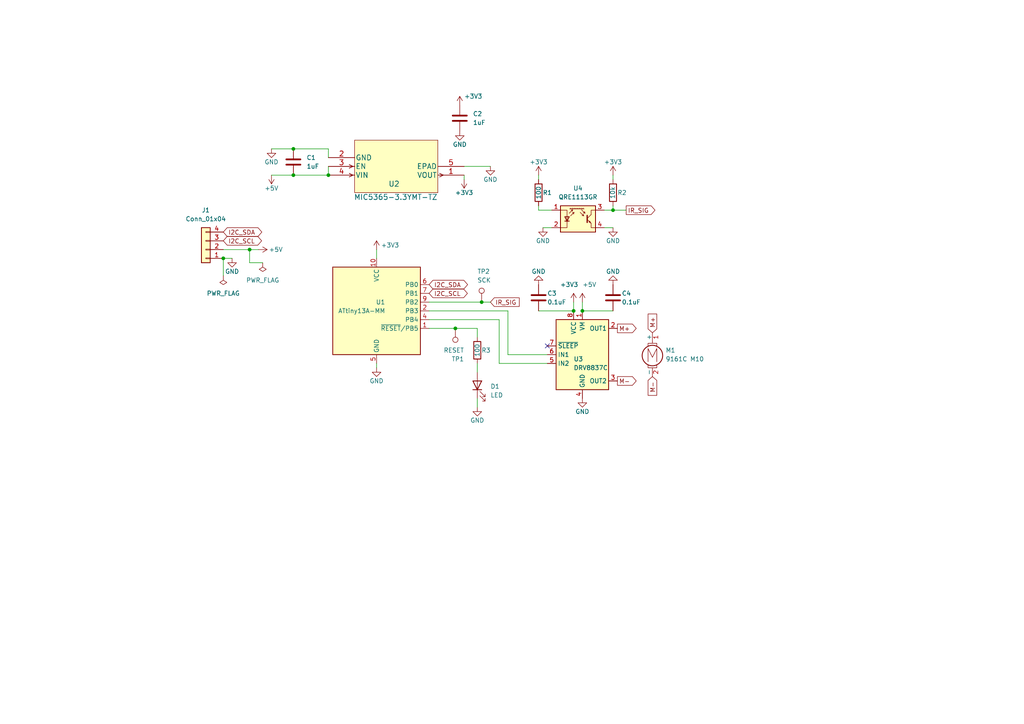
<source format=kicad_sch>
(kicad_sch (version 20211123) (generator eeschema)
  (paper "A4")
  (lib_symbols
    (symbol "Connector:TestPoint" (pin_numbers hide) (pin_names (offset 0.762) hide)
      (property "Reference" "TP" (at 0 6.858 0))
      (property "Value" "TestPoint" (at 0 5.08 0))
      (symbol "TestPoint_0_1"
        (circle (center 0 3.302) (radius 0.762))
      )
      (symbol "TestPoint_1_1"
        (pin passive line (at 0 0 90) (length 2.54) (name "1") (number "1"))
      )
    )
    (symbol "Connector_Generic:Conn_01x04" (pin_names (offset 1.016) hide)
      (property "Reference" "J" (at 0 5.08 0))
      (property "Value" "Conn_01x04" (at 0 -7.62 0))
      (symbol "Conn_01x04_1_1"
        (rectangle (start -1.27 -4.953) (end 0 -5.207) (stroke (width 0.1524)))
        (rectangle (start -1.27 -2.413) (end 0 -2.667) (stroke (width 0.1524)))
        (rectangle (start -1.27 0.127) (end 0 -0.127) (stroke (width 0.1524)))
        (rectangle (start -1.27 2.667) (end 0 2.413) (stroke (width 0.1524)))
        (rectangle (start -1.27 3.81) (end 1.27 -6.35) (stroke (width 0.254)) (fill (type background)))
        (pin passive line (at -5.08 2.54 0) (length 3.81) (name "Pin_1") (number "1"))
        (pin passive line (at -5.08 0 0) (length 3.81) (name "Pin_2") (number "2"))
        (pin passive line (at -5.08 -2.54 0) (length 3.81) (name "Pin_3") (number "3"))
        (pin passive line (at -5.08 -5.08 0) (length 3.81) (name "Pin_4") (number "4"))
      )
    )
    (symbol "Device:C" (pin_numbers hide) (pin_names (offset 0.254))
      (property "Reference" "C" (at 0.635 2.54 0))
      (property "Value" "C" (at 0.635 -2.54 0))
      (symbol "C_0_1"
        (polyline (pts (xy -2.032 -0.762) (xy 2.032 -0.762)) (stroke (width 0.508)))
        (polyline (pts (xy -2.032 0.762) (xy 2.032 0.762)) (stroke (width 0.508)))
      )
      (symbol "C_1_1"
        (pin passive line (at 0 3.81 270) (length 2.794) (name "~") (number "1"))
        (pin passive line (at 0 -3.81 90) (length 2.794) (name "~") (number "2"))
      )
    )
    (symbol "Device:LED" (pin_numbers hide) (pin_names (offset 1.016) hide)
      (property "Reference" "D" (at 0 2.54 0))
      (property "Value" "LED" (at 0 -2.54 0))
      (symbol "LED_0_1"
        (polyline (pts (xy -1.27 -1.27) (xy -1.27 1.27)) (stroke (width 0.254)))
        (polyline (pts (xy -1.27 0) (xy 1.27 0)))
        (polyline (pts (xy 1.27 -1.27) (xy 1.27 1.27) (xy -1.27 0) (xy 1.27 -1.27)) (stroke (width 0.254)))
        (polyline (pts (xy -3.048 -0.762) (xy -4.572 -2.286) (xy -3.81 -2.286) (xy -4.572 -2.286) (xy -4.572 -1.524)))
        (polyline (pts (xy -1.778 -0.762) (xy -3.302 -2.286) (xy -2.54 -2.286) (xy -3.302 -2.286) (xy -3.302 -1.524)))
      )
      (symbol "LED_1_1"
        (pin passive line (at -3.81 0 0) (length 2.54) (name "K") (number "1"))
        (pin passive line (at 3.81 0 180) (length 2.54) (name "A") (number "2"))
      )
    )
    (symbol "Device:R" (pin_numbers hide) (pin_names (offset 0))
      (property "Reference" "R" (at 2.032 0 90))
      (property "Value" "R" (at 0 0 90))
      (symbol "R_0_1"
        (rectangle (start -1.016 -2.54) (end 1.016 2.54) (stroke (width 0.254)))
      )
      (symbol "R_1_1"
        (pin passive line (at 0 3.81 270) (length 1.27) (name "~") (number "1"))
        (pin passive line (at 0 -3.81 90) (length 1.27) (name "~") (number "2"))
      )
    )
    (symbol "Driver_Motor:DRV8837C"
      (property "Reference" "U" (at 6.35 11.43 0))
      (property "Value" "DRV8837C" (at -10.16 11.43 0))
      (symbol "DRV8837C_0_1"
        (rectangle (start -7.62 10.16) (end 7.62 -10.16) (stroke (width 0.254)) (fill (type background)))
      )
      (symbol "DRV8837C_1_1"
        (pin power_in line (at 0 12.7 270) (length 2.54) (name "VM") (number "1"))
        (pin output line (at 10.16 7.62 180) (length 2.54) (name "OUT1") (number "2"))
        (pin output line (at 10.16 -7.62 180) (length 2.54) (name "OUT2") (number "3"))
        (pin power_in line (at 0 -12.7 90) (length 2.54) (name "GND") (number "4"))
        (pin input line (at -10.16 -2.54 0) (length 2.54) (name "IN2") (number "5"))
        (pin input line (at -10.16 0 0) (length 2.54) (name "IN1") (number "6"))
        (pin input line (at -10.16 2.54 0) (length 2.54) (name "~{SLEEP}") (number "7"))
        (pin power_in line (at -2.54 12.7 270) (length 2.54) (name "VCC") (number "8"))
        (pin passive line (at 0 -12.7 90) (length 2.54) hide (name "GND") (number "9"))
      )
    )
    (symbol "MCU_Microchip_ATtiny:ATtiny13A-MM"
      (property "Reference" "U" (at -12.7 13.97 0))
      (property "Value" "ATtiny13A-MM" (at 2.54 -13.97 0))
      (symbol "ATtiny13A-MM_0_1"
        (rectangle (start -12.7 -12.7) (end 12.7 12.7) (stroke (width 0.254)) (fill (type background)))
      )
      (symbol "ATtiny13A-MM_1_1"
        (pin bidirectional line (at 15.24 -5.08 180) (length 2.54) (name "~{RESET}/PB5") (number "1"))
        (pin power_in line (at 0 15.24 270) (length 2.54) (name "VCC") (number "10"))
        (pin passive line (at 0 -15.24 90) (length 2.54) hide (name "GND") (number "11"))
        (pin bidirectional line (at 15.24 0 180) (length 2.54) (name "PB3") (number "2"))
        (pin no_connect line (at -12.7 -7.62 0) (length 2.54) hide (name "NC") (number "3"))
        (pin bidirectional line (at 15.24 -2.54 180) (length 2.54) (name "PB4") (number "4"))
        (pin power_in line (at 0 -15.24 90) (length 2.54) (name "GND") (number "5"))
        (pin bidirectional line (at 15.24 7.62 180) (length 2.54) (name "PB0") (number "6"))
        (pin bidirectional line (at 15.24 5.08 180) (length 2.54) (name "PB1") (number "7"))
        (pin no_connect line (at -12.7 -10.16 0) (length 2.54) hide (name "NC") (number "8"))
        (pin bidirectional line (at 15.24 2.54 180) (length 2.54) (name "PB2") (number "9"))
      )
    )
    (symbol "MIC5365-3.3YMT-TZ:MIC5365-3.3YMT-TZ" (pin_names (offset 0.254))
      (property "Reference" "U" (at 27.94 10.16 0))
      (property "Value" "MIC5365-3.3YMT-TZ" (at 27.94 7.62 0))
      (symbol "MIC5365-3.3YMT-TZ_0_1"
        (rectangle (start 16.51 5.08) (end 40.64 -10.16) (fill (type background)))
      )
      (symbol "MIC5365-3.3YMT-TZ_1_1"
        (polyline (pts (xy 16.002 -5.08) (xy 14.9352 -5.588)) (stroke (width 0.2032)))
        (polyline (pts (xy 16.002 -5.08) (xy 14.9352 -4.572)) (stroke (width 0.2032)))
        (polyline (pts (xy 16.002 -2.54) (xy 14.9352 -3.048)) (stroke (width 0.2032)))
        (polyline (pts (xy 16.002 -2.54) (xy 14.9352 -2.032)) (stroke (width 0.2032)))
        (polyline (pts (xy 41.148 -5.588) (xy 42.2148 -5.08)) (stroke (width 0.2032)))
        (polyline (pts (xy 41.148 -4.572) (xy 42.2148 -5.08)) (stroke (width 0.2032)))
        (pin power_out line (at 48.26 -5.08 180) (length 7.62) (name "VOUT") (number "1"))
        (pin power_in line (at 8.89 0 0) (length 7.62) (name "GND") (number "2"))
        (pin input line (at 8.89 -2.54 0) (length 7.62) (name "EN") (number "3"))
        (pin power_in line (at 8.89 -5.08 0) (length 7.62) (name "VIN") (number "4"))
        (pin unspecified line (at 48.26 -2.54 180) (length 7.62) (name "EPAD") (number "5"))
      )
    )
    (symbol "Motor:Motor_DC_ALT" (pin_names (offset 0))
      (property "Reference" "M" (at 2.54 2.54 0))
      (property "Value" "Motor_DC_ALT" (at 2.54 -5.08 0))
      (symbol "Motor_DC_ALT_0_0"
        (circle (center 0 -1.524) (radius 2.9718) (stroke (width 0.254)))
        (polyline (pts (xy -1.27 -4.318) (xy -1.27 -5.08) (xy 1.27 -5.08) (xy 1.27 -4.318)))
        (polyline (pts (xy -1.27 1.27) (xy -1.27 2.032) (xy 1.27 2.032) (xy 1.27 1.27)))
        (polyline (pts (xy -1.27 -3.302) (xy -1.27 0.508) (xy 0 -2.032) (xy 1.27 0.508) (xy 1.27 -3.302)))
      )
      (symbol "Motor_DC_ALT_0_1"
        (polyline (pts (xy 0 2.032) (xy 0 2.54)))
      )
      (symbol "Motor_DC_ALT_1_1"
        (pin passive line (at 0 5.08 270) (length 2.54) (name "+") (number "1"))
        (pin passive line (at 0 -7.62 90) (length 2.54) (name "-") (number "2"))
      )
    )
    (symbol "Sensor_Proximity:QRE1113GR" (pin_names (offset 0.0254) hide)
      (property "Reference" "U" (at -3.81 5.08 0))
      (property "Value" "QRE1113GR" (at 11.43 5.08 0))
      (symbol "QRE1113GR_0_1"
        (polyline (pts (xy -3.81 -0.635) (xy -2.54 -0.635)) (stroke (width 0.254)))
        (polyline (pts (xy -2.286 2.921) (xy -2.032 3.175)))
        (polyline (pts (xy -1.778 2.921) (xy -1.524 3.175)))
        (polyline (pts (xy -1.524 2.667) (xy -1.651 2.159)))
        (polyline (pts (xy -1.27 2.921) (xy -1.016 3.175)))
        (polyline (pts (xy -1.143 1.905) (xy -1.27 1.397)))
        (polyline (pts (xy -0.762 2.921) (xy -0.508 3.175)))
        (polyline (pts (xy -0.254 2.921) (xy 0 3.175)))
        (polyline (pts (xy 0.254 2.921) (xy 0.508 3.175)))
        (polyline (pts (xy 0.762 2.921) (xy 1.016 3.175)))
        (polyline (pts (xy 1.27 2.921) (xy 1.524 3.175)))
        (polyline (pts (xy 1.651 0.889) (xy 1.143 1.016)))
        (polyline (pts (xy 1.778 2.921) (xy -2.413 2.921)))
        (polyline (pts (xy 2.032 1.651) (xy 1.524 1.778)))
        (polyline (pts (xy 2.667 -0.127) (xy 3.81 -1.27)))
        (polyline (pts (xy 2.667 0.127) (xy 3.81 1.27)))
        (polyline (pts (xy -2.54 1.651) (xy -1.524 2.667) (xy -2.032 2.54)))
        (polyline (pts (xy -2.159 0.889) (xy -1.143 1.905) (xy -1.651 1.778)))
        (polyline (pts (xy 0.635 1.905) (xy 1.651 0.889) (xy 1.524 1.397)))
        (polyline (pts (xy 1.016 2.667) (xy 2.032 1.651) (xy 1.905 2.159)))
        (polyline (pts (xy 2.667 1.016) (xy 2.667 -1.016) (xy 2.667 -1.016)) (stroke (width 0.3556)))
        (polyline (pts (xy 3.81 -1.27) (xy 3.81 -2.54) (xy 5.08 -2.54)))
        (polyline (pts (xy 3.81 1.27) (xy 3.81 2.54) (xy 5.08 2.54)))
        (polyline (pts (xy -5.08 -2.54) (xy -3.175 -2.54) (xy -3.175 2.54) (xy -5.08 2.54)))
        (polyline (pts (xy -3.175 -0.635) (xy -3.81 0.635) (xy -2.54 0.635) (xy -3.175 -0.635)) (stroke (width 0.254)))
        (polyline (pts (xy 3.683 -1.143) (xy 3.429 -0.635) (xy 3.175 -0.889) (xy 3.683 -1.143)))
        (polyline (pts (xy -5.08 -3.81) (xy 5.08 -3.81) (xy 5.08 3.81) (xy -5.08 3.81) (xy -5.08 -3.81)) (stroke (width 0.254)) (fill (type background)))
      )
      (symbol "QRE1113GR_1_1"
        (pin passive line (at -7.62 2.54 0) (length 2.54) (name "A") (number "1"))
        (pin passive line (at -7.62 -2.54 0) (length 2.54) (name "K") (number "2"))
        (pin open_collector line (at 7.62 2.54 180) (length 2.54) (name "~") (number "3"))
        (pin open_emitter line (at 7.62 -2.54 180) (length 2.54) (name "~") (number "4"))
      )
    )
    (symbol "power:+3.3V" (power) (pin_names (offset 0))
      (property "Value" "+3.3V" (at 0 3.556 0))
      (symbol "+3.3V_0_1"
        (polyline (pts (xy -0.762 1.27) (xy 0 2.54)))
        (polyline (pts (xy 0 0) (xy 0 2.54)))
        (polyline (pts (xy 0 2.54) (xy 0.762 1.27)))
      )
      (symbol "+3.3V_1_1"
        (pin power_in line (at 0 0 90) (length 0) hide (name "+3V3") (number "1"))
      )
    )
    (symbol "power:+5V" (power) (pin_names (offset 0))
      (property "Value" "+5V" (at 0 3.556 0))
      (symbol "+5V_0_1"
        (polyline (pts (xy -0.762 1.27) (xy 0 2.54)))
        (polyline (pts (xy 0 0) (xy 0 2.54)))
        (polyline (pts (xy 0 2.54) (xy 0.762 1.27)))
      )
      (symbol "+5V_1_1"
        (pin power_in line (at 0 0 90) (length 0) hide (name "+5V") (number "1"))
      )
    )
    (symbol "power:GND" (power) (pin_names (offset 0))
      (property "Value" "GND" (at 0 -3.81 0))
      (symbol "GND_0_1"
        (polyline (pts (xy 0 0) (xy 0 -1.27) (xy 1.27 -1.27) (xy 0 -2.54) (xy -1.27 -1.27) (xy 0 -1.27)))
      )
      (symbol "GND_1_1"
        (pin power_in line (at 0 0 270) (length 0) hide (name "GND") (number "1"))
      )
    )
    (symbol "power:PWR_FLAG" (power) (pin_numbers hide) (pin_names (offset 0) hide)
      (property "Value" "PWR_FLAG" (at 0 3.81 0))
      (symbol "PWR_FLAG_0_0"
        (pin power_out line (at 0 0 90) (length 0) (name "pwr") (number "1"))
      )
      (symbol "PWR_FLAG_0_1"
        (polyline (pts (xy 0 0) (xy 0 1.27) (xy -1.016 1.905) (xy 0 2.54) (xy 1.016 1.905) (xy 0 1.27)))
      )
    )
  )
  (junction (at 95.25 50.8))
  (junction (at 177.8 60.96))
  (junction (at 166.37 90.17))
  (junction (at 139.7 87.63))
  (junction (at 85.09 50.8))
  (junction (at 132.08 95.25))
  (junction (at 64.77 74.93))
  (junction (at 85.09 43.18))
  (junction (at 168.91 90.17))
  (junction (at 72.39 72.39))
  (no_connect (at 158.75 100.33))
  (wire (pts (xy 124.46 92.71) (xy 144.78 92.71)))
  (wire (pts (xy 85.09 50.8) (xy 95.25 50.8)))
  (wire (pts (xy 177.8 60.96) (xy 181.61 60.96)))
  (wire (pts (xy 138.43 105.41) (xy 138.43 107.95)))
  (wire (pts (xy 134.62 48.26) (xy 142.24 48.26)))
  (wire (pts (xy 156.21 60.96) (xy 156.21 59.69)))
  (wire (pts (xy 168.91 87.63) (xy 168.91 90.17)))
  (wire (pts (xy 160.02 60.96) (xy 156.21 60.96)))
  (wire (pts (xy 138.43 115.57) (xy 138.43 118.11)))
  (wire (pts (xy 175.26 60.96) (xy 177.8 60.96)))
  (wire (pts (xy 64.77 74.93) (xy 64.77 80.01)))
  (wire (pts (xy 78.74 43.18) (xy 85.09 43.18)))
  (wire (pts (xy 95.25 45.72) (xy 95.25 43.18)))
  (wire (pts (xy 109.22 106.68) (xy 109.22 105.41)))
  (wire (pts (xy 76.2 76.2) (xy 72.39 76.2)))
  (wire (pts (xy 157.48 66.04) (xy 160.02 66.04)))
  (wire (pts (xy 177.8 50.8) (xy 177.8 52.07)))
  (wire (pts (xy 72.39 72.39) (xy 72.39 76.2)))
  (wire (pts (xy 138.43 97.79) (xy 138.43 95.25)))
  (wire (pts (xy 124.46 87.63) (xy 139.7 87.63)))
  (wire (pts (xy 72.39 72.39) (xy 64.77 72.39)))
  (wire (pts (xy 147.32 102.87) (xy 158.75 102.87)))
  (wire (pts (xy 124.46 90.17) (xy 147.32 90.17)))
  (wire (pts (xy 132.08 95.25) (xy 138.43 95.25)))
  (wire (pts (xy 156.21 50.8) (xy 156.21 52.07)))
  (wire (pts (xy 144.78 92.71) (xy 144.78 105.41)))
  (wire (pts (xy 168.91 90.17) (xy 177.8 90.17)))
  (wire (pts (xy 134.62 50.8) (xy 134.62 52.07)))
  (wire (pts (xy 175.26 66.04) (xy 177.8 66.04)))
  (wire (pts (xy 156.21 90.17) (xy 166.37 90.17)))
  (wire (pts (xy 142.24 87.63) (xy 139.7 87.63)))
  (wire (pts (xy 64.77 74.93) (xy 67.31 74.93)))
  (wire (pts (xy 166.37 87.63) (xy 166.37 90.17)))
  (wire (pts (xy 177.8 59.69) (xy 177.8 60.96)))
  (wire (pts (xy 144.78 105.41) (xy 158.75 105.41)))
  (wire (pts (xy 147.32 90.17) (xy 147.32 102.87)))
  (wire (pts (xy 78.74 50.8) (xy 85.09 50.8)))
  (wire (pts (xy 74.93 72.39) (xy 72.39 72.39)))
  (wire (pts (xy 124.46 95.25) (xy 132.08 95.25)))
  (wire (pts (xy 85.09 43.18) (xy 95.25 43.18)))
  (wire (pts (xy 95.25 48.26) (xy 95.25 50.8)))
  (wire (pts (xy 109.22 72.39) (xy 109.22 74.93)))
  (global_label "M+" (shape input) (at 189.23 96.52 90) (property "Intersheet References" "${INTERSHEET_REFS}" (effects hide)))
  (global_label "I2C_SDA" (shape bidirectional) (at 64.77 67.31 0) (property "Intersheet References" "${INTERSHEET_REFS}" (effects hide)))
  (global_label "I2C_SDA" (shape bidirectional) (at 124.46 82.55 0) (property "Intersheet References" "${INTERSHEET_REFS}" (effects hide)))
  (global_label "IR_SIG" (shape input) (at 142.24 87.63 0) (property "Intersheet References" "${INTERSHEET_REFS}" (effects hide)))
  (global_label "I2C_SCL" (shape bidirectional) (at 64.77 69.85 0) (property "Intersheet References" "${INTERSHEET_REFS}" (effects hide)))
  (global_label "IR_SIG" (shape output) (at 181.61 60.96 0) (property "Intersheet References" "${INTERSHEET_REFS}" (effects hide)))
  (global_label "M+" (shape output) (at 179.07 95.25 0) (property "Intersheet References" "${INTERSHEET_REFS}" (effects hide)))
  (global_label "M-" (shape input) (at 189.23 109.22 270) (property "Intersheet References" "${INTERSHEET_REFS}" (effects hide)))
  (global_label "M-" (shape output) (at 179.07 110.49 0) (property "Intersheet References" "${INTERSHEET_REFS}" (effects hide)))
  (global_label "I2C_SCL" (shape bidirectional) (at 124.46 85.09 0) (property "Intersheet References" "${INTERSHEET_REFS}" (effects hide)))
  (symbol (lib_id "Device:C") (at 133.35 34.29 180) (unit 1)
    (property "Reference" "C2" (at 137.16 33.0199 0) (effects (justify right)))
    (property "Value" "1uF" (at 137.16 35.5599 0) (effects (justify right)))
    (property "Footprint" "Capacitor_SMD:C_0201_0603Metric" (effects hide))
  )
  (symbol (lib_id "power:+5V") (at 74.93 72.39 270) (unit 1)
    (property "Reference" "#PWR0118" (effects hide))
    (property "Value" "+5V" (at 80.01 72.39 90))
  )
  (symbol (lib_id "power:PWR_FLAG") (at 64.77 80.01 180) (unit 1)
    (property "Reference" "#FLG0103" (effects hide))
    (property "Value" "PWR_FLAG" (at 64.77 85.09 0))
  )
  (symbol (lib_id "power:GND") (at 133.35 38.1 0) (unit 1)
    (property "Reference" "#PWR0105" (effects hide))
    (property "Value" "GND" (at 133.35 41.91 0))
  )
  (symbol (lib_id "Device:C") (at 177.8 86.36 0) (unit 1)
    (property "Reference" "C4" (at 180.34 85.09 0) (effects (justify left)))
    (property "Value" "0.1uF" (at 180.34 87.63 0) (effects (justify left)))
    (property "Footprint" "Capacitor_SMD:C_0201_0603Metric" (effects hide))
  )
  (symbol (lib_id "power:GND") (at 168.91 115.57 0) (unit 1)
    (property "Reference" "#PWR0106" (effects hide))
    (property "Value" "GND" (at 168.91 119.38 0))
  )
  (symbol (lib_id "MCU_Microchip_ATtiny:ATtiny13A-MM") (at 109.22 90.17 0) (unit 1)
    (property "Reference" "U1" (at 111.76 87.63 0) (effects (justify right)))
    (property "Value" "ATtiny13A-MM" (at 111.76 90.17 0) (effects (justify right)))
    (property "Footprint" "Package_DFN_QFN:DFN-10-1EP_3x3mm_P0.5mm_EP1.75x2.7mm" (effects hide))
    (property "Datasheet" "https://ww1.microchip.com/downloads/en/DeviceDoc/ATtiny13A-Data-Sheet-DS40002307A.pdf" (effects hide))
  )
  (symbol (lib_id "power:+3.3V") (at 177.8 50.8 0) (unit 1)
    (property "Reference" "#PWR0107" (effects hide))
    (property "Value" "+3.3V" (at 177.8 46.99 0))
  )
  (symbol (lib_id "power:GND") (at 67.31 74.93 0) (unit 1)
    (property "Reference" "#PWR0119" (effects hide))
    (property "Value" "GND" (at 67.31 78.74 0))
  )
  (symbol (lib_id "power:PWR_FLAG") (at 76.2 76.2 180) (unit 1)
    (property "Reference" "#FLG0101" (effects hide))
    (property "Value" "PWR_FLAG" (at 76.2 81.28 0))
  )
  (symbol (lib_id "Device:R") (at 177.8 55.88 0) (unit 1)
    (property "Reference" "R2" (at 179.07 55.88 0) (effects (justify left)))
    (property "Value" "10k" (at 177.7121 57.7366 90) (effects (justify left)))
    (property "Footprint" "Resistor_SMD:R_0402_1005Metric" (effects hide))
  )
  (symbol (lib_id "power:+3.3V") (at 109.22 72.39 0) (unit 1)
    (property "Reference" "#PWR0117" (effects hide))
    (property "Value" "+3.3V" (at 110.49 71.12 0) (effects (justify left)))
  )
  (symbol (lib_id "Device:C") (at 156.21 86.36 0) (unit 1)
    (property "Reference" "C3" (at 158.75 85.09 0) (effects (justify left)))
    (property "Value" "0.1uF" (at 158.75 87.63 0) (effects (justify left)))
    (property "Footprint" "Capacitor_SMD:C_0201_0603Metric" (effects hide))
  )
  (symbol (lib_id "power:+3.3V") (at 156.21 50.8 0) (unit 1)
    (property "Reference" "#PWR0110" (effects hide))
    (property "Value" "+3.3V" (at 156.21 46.99 0))
  )
  (symbol (lib_id "Device:LED") (at 138.43 111.76 90) (unit 1)
    (property "Reference" "D1" (at 142.24 112.0774 90) (effects (justify right)))
    (property "Value" "LED" (at 142.24 114.6174 90) (effects (justify right)))
    (property "Footprint" "LED_SMD:LED_0201_0603Metric" (effects hide))
  )
  (symbol (lib_id "power:GND") (at 177.8 82.55 180) (unit 1)
    (property "Reference" "#PWR0112" (effects hide))
    (property "Value" "GND" (at 177.8 78.74 0))
  )
  (symbol (lib_id "Device:R") (at 156.21 55.88 0) (unit 1)
    (property "Reference" "R1" (at 158.75 55.88 0))
    (property "Value" "100" (at 156.21 55.88 90))
    (property "Footprint" "Resistor_SMD:R_0402_1005Metric" (effects hide))
  )
  (symbol (lib_id "Driver_Motor:DRV8837C") (at 168.91 102.87 0) (unit 1)
    (property "Reference" "U3" (at 166.37 104.14 0) (effects (justify left)))
    (property "Value" "DRV8837C" (at 166.37 106.68 0) (effects (justify left)))
    (property "Footprint" "Package_SON:WSON-8-1EP_2x2mm_P0.5mm_EP0.9x1.6mm" (effects hide))
    (property "Datasheet" "http://www.ti.com/lit/ds/symlink/drv8837c.pdf" (effects hide))
  )
  (symbol (lib_id "power:GND") (at 177.8 66.04 0) (unit 1)
    (property "Reference" "#PWR0108" (effects hide))
    (property "Value" "GND" (at 177.8 69.85 0))
  )
  (symbol (lib_id "power:GND") (at 78.74 43.18 0) (unit 1)
    (property "Reference" "#PWR0103" (effects hide))
    (property "Value" "GND" (at 78.74 46.99 0))
  )
  (symbol (lib_id "Motor:Motor_DC_ALT") (at 189.23 101.6 0) (unit 1)
    (property "Reference" "M1" (at 193.04 101.5999 0) (effects (justify left)))
    (property "Value" "9161C M10" (at 193.04 104.1399 0) (effects (justify left)))
    (property "Footprint" "project-footprints:9161C-m10-motor" (effects hide))
  )
  (symbol (lib_id "power:GND") (at 156.21 82.55 180) (unit 1)
    (property "Reference" "#PWR0114" (effects hide))
    (property "Value" "GND" (at 156.21 78.74 0))
  )
  (symbol (lib_id "power:+3.3V") (at 133.35 30.48 0) (unit 1)
    (property "Reference" "#PWR0115" (effects hide))
    (property "Value" "+3.3V" (at 134.62 27.94 0) (effects (justify left)))
  )
  (symbol (lib_id "Connector:TestPoint") (at 139.7 87.63 0) (unit 1)
    (property "Reference" "TP2" (at 138.43 78.74 0) (effects (justify left)))
    (property "Value" "SCK" (at 138.43 81.28 0) (effects (justify left)))
    (property "Footprint" "TestPoint:TestPoint_Pad_D1.0mm" (effects hide))
  )
  (symbol (lib_id "power:+5V") (at 78.74 50.8 180) (unit 1)
    (property "Reference" "#PWR0104" (effects hide))
    (property "Value" "+5V" (at 78.74 54.61 0))
  )
  (symbol (lib_id "MIC5365-3.3YMT-TZ:MIC5365-3.3YMT-TZ") (at 86.36 45.72 0) (unit 1)
    (property "Reference" "U2" (at 114.3 53.34 0) (effects (font (size 1.524 1.524))))
    (property "Value" "MIC5365-3.3YMT-TZ" (at 114.7911 57.172 0) (effects (font (size 1.524 1.524))))
    (property "Footprint" "MIC5365-3.3YMT-TZ:MIC5365-3.3YMT-TZ" (effects hide))
    (property "Datasheet" "https://ww1.microchip.com/downloads/en/DeviceDoc/mic5365.pdf" (effects hide))
  )
  (symbol (lib_id "Sensor_Proximity:QRE1113GR") (at 167.64 63.5 0) (unit 1)
    (property "Reference" "U4" (at 167.64 54.61 0))
    (property "Value" "QRE1113GR" (at 167.64 57.15 0))
    (property "Footprint" "OptoDevice:OnSemi_CASE100CY" (effects hide))
    (property "Datasheet" "http://www.onsemi.com/pub/Collateral/QRE1113-D.PDF" (effects hide))
  )
  (symbol (lib_id "power:GND") (at 142.24 48.26 0) (unit 1)
    (property "Reference" "#PWR0102" (effects hide))
    (property "Value" "GND" (at 142.24 52.07 0))
  )
  (symbol (lib_id "Device:C") (at 85.09 46.99 0) (unit 1)
    (property "Reference" "C1" (at 88.9 45.7199 0) (effects (justify left)))
    (property "Value" "1uF" (at 88.9 48.2599 0) (effects (justify left)))
    (property "Footprint" "Capacitor_SMD:C_0201_0603Metric" (effects hide))
  )
  (symbol (lib_id "power:+3.3V") (at 166.37 87.63 0) (unit 1)
    (property "Reference" "#PWR0113" (effects hide))
    (property "Value" "+3.3V" (at 165.1 82.55 0))
  )
  (symbol (lib_id "power:GND") (at 138.43 118.11 0) (unit 1)
    (property "Reference" "#PWR0120" (effects hide))
    (property "Value" "GND" (at 138.43 121.92 0))
  )
  (symbol (lib_id "power:+3.3V") (at 134.62 52.07 180) (unit 1)
    (property "Reference" "#PWR0116" (effects hide))
    (property "Value" "+3.3V" (at 134.62 55.88 0))
  )
  (symbol (lib_id "power:GND") (at 109.22 106.68 0) (unit 1)
    (property "Reference" "#PWR0101" (effects hide))
    (property "Value" "GND" (at 109.22 110.49 0))
  )
  (symbol (lib_id "Connector_Generic:Conn_01x04") (at 59.69 72.39 180) (unit 1)
    (property "Reference" "J1" (at 59.69 60.96 0))
    (property "Value" "Conn_01x04" (at 59.69 63.5 0))
    (property "Footprint" "Connector_PinSocket_1.00mm:PinSocket_1x04_P1.00mm_Vertical" (effects hide))
  )
  (symbol (lib_id "Device:R") (at 138.43 101.6 0) (unit 1)
    (property "Reference" "R3" (at 140.97 101.6 0))
    (property "Value" "100" (at 138.43 101.6 90))
    (property "Footprint" "Resistor_SMD:R_0201_0603Metric" (effects hide))
  )
  (symbol (lib_id "Connector:TestPoint") (at 132.08 95.25 180) (unit 1)
    (property "Reference" "TP1" (at 134.62 104.14 0) (effects (justify left)))
    (property "Value" "RESET" (at 134.62 101.6 0) (effects (justify left)))
    (property "Footprint" "TestPoint:TestPoint_Pad_D1.0mm" (effects hide))
  )
  (symbol (lib_id "power:GND") (at 157.48 66.04 0) (unit 1)
    (property "Reference" "#PWR0109" (effects hide))
    (property "Value" "GND" (at 157.48 69.85 0))
  )
  (symbol (lib_id "power:+5V") (at 168.91 87.63 0) (unit 1)
    (property "Reference" "#PWR0111" (effects hide))
    (property "Value" "+5V" (at 168.91 82.55 0) (effects (justify left)))
  )
)
</source>
